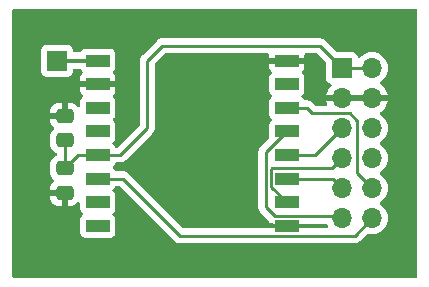
<source format=gbr>
%TF.GenerationSoftware,KiCad,Pcbnew,7.0.1*%
%TF.CreationDate,2023-03-26T17:23:28+02:00*%
%TF.ProjectId,RFM9xW_ANT_PMOD,52464d39-7857-45f4-914e-545f504d4f44,rev?*%
%TF.SameCoordinates,Original*%
%TF.FileFunction,Copper,L1,Top*%
%TF.FilePolarity,Positive*%
%FSLAX46Y46*%
G04 Gerber Fmt 4.6, Leading zero omitted, Abs format (unit mm)*
G04 Created by KiCad (PCBNEW 7.0.1) date 2023-03-26 17:23:28*
%MOMM*%
%LPD*%
G01*
G04 APERTURE LIST*
G04 Aperture macros list*
%AMRoundRect*
0 Rectangle with rounded corners*
0 $1 Rounding radius*
0 $2 $3 $4 $5 $6 $7 $8 $9 X,Y pos of 4 corners*
0 Add a 4 corners polygon primitive as box body*
4,1,4,$2,$3,$4,$5,$6,$7,$8,$9,$2,$3,0*
0 Add four circle primitives for the rounded corners*
1,1,$1+$1,$2,$3*
1,1,$1+$1,$4,$5*
1,1,$1+$1,$6,$7*
1,1,$1+$1,$8,$9*
0 Add four rect primitives between the rounded corners*
20,1,$1+$1,$2,$3,$4,$5,0*
20,1,$1+$1,$4,$5,$6,$7,0*
20,1,$1+$1,$6,$7,$8,$9,0*
20,1,$1+$1,$8,$9,$2,$3,0*%
G04 Aperture macros list end*
%TA.AperFunction,ComponentPad*%
%ADD10R,1.700000X1.700000*%
%TD*%
%TA.AperFunction,ComponentPad*%
%ADD11O,1.700000X1.700000*%
%TD*%
%TA.AperFunction,SMDPad,CuDef*%
%ADD12RoundRect,0.250000X0.475000X-0.337500X0.475000X0.337500X-0.475000X0.337500X-0.475000X-0.337500X0*%
%TD*%
%TA.AperFunction,SMDPad,CuDef*%
%ADD13R,2.000000X1.000000*%
%TD*%
%TA.AperFunction,SMDPad,CuDef*%
%ADD14RoundRect,0.250000X-0.475000X0.337500X-0.475000X-0.337500X0.475000X-0.337500X0.475000X0.337500X0*%
%TD*%
%TA.AperFunction,Conductor*%
%ADD15C,0.250000*%
%TD*%
%TA.AperFunction,Conductor*%
%ADD16C,0.380000*%
%TD*%
G04 APERTURE END LIST*
D10*
%TO.P,J1,1,Pin_1*%
%TO.N,VCC*%
X149860000Y-43180000D03*
D11*
%TO.P,J1,2,Pin_2*%
X152400000Y-43180000D03*
%TO.P,J1,3,Pin_3*%
%TO.N,GND*%
X149860000Y-45720000D03*
%TO.P,J1,4,Pin_4*%
X152400000Y-45720000D03*
%TO.P,J1,5,Pin_5*%
%TO.N,SCK*%
X149860000Y-48260000D03*
%TO.P,J1,6,Pin_6*%
%TO.N,unconnected-(J1-Pin_6-Pad6)*%
X152400000Y-48260000D03*
%TO.P,J1,7,Pin_7*%
%TO.N,MISO*%
X149860000Y-50800000D03*
%TO.P,J1,8,Pin_8*%
%TO.N,unconnected-(J1-Pin_8-Pad8)*%
X152400000Y-50800000D03*
%TO.P,J1,9,Pin_9*%
%TO.N,MOSI*%
X149860000Y-53340000D03*
%TO.P,J1,10,Pin_10*%
%TO.N,nRESET*%
X152400000Y-53340000D03*
%TO.P,J1,11,Pin_11*%
%TO.N,nCS*%
X149860000Y-55880000D03*
%TO.P,J1,12,Pin_12*%
%TO.N,DIO0*%
X152400000Y-55880000D03*
%TD*%
D12*
%TO.P,C1,1*%
%TO.N,VCC*%
X126365000Y-49297500D03*
%TO.P,C1,2*%
%TO.N,GND*%
X126365000Y-47222500D03*
%TD*%
D13*
%TO.P,U1,1,GND*%
%TO.N,GND*%
X145160000Y-56530000D03*
%TO.P,U1,2,MISO*%
%TO.N,MISO*%
X145160000Y-54530000D03*
%TO.P,U1,3,MOSI*%
%TO.N,MOSI*%
X145160000Y-52530000D03*
%TO.P,U1,4,SCK*%
%TO.N,SCK*%
X145160000Y-50530000D03*
%TO.P,U1,5,NSS*%
%TO.N,nCS*%
X145160000Y-48530000D03*
%TO.P,U1,6,RESET*%
%TO.N,nRESET*%
X145160000Y-46530000D03*
%TO.P,U1,7,DIO5*%
%TO.N,unconnected-(U1-DIO5-Pad7)*%
X145160000Y-44530000D03*
%TO.P,U1,8,GND*%
%TO.N,GND*%
X145160000Y-42530000D03*
%TO.P,U1,9,ANT*%
%TO.N,Net-(J2-Pin_1)*%
X129160000Y-42530000D03*
%TO.P,U1,10,GND*%
%TO.N,GND*%
X129160000Y-44530000D03*
%TO.P,U1,11,DIO3*%
%TO.N,unconnected-(U1-DIO3-Pad11)*%
X129160000Y-46530000D03*
%TO.P,U1,12,DIO4*%
%TO.N,unconnected-(U1-DIO4-Pad12)*%
X129160000Y-48530000D03*
%TO.P,U1,13,3.3V*%
%TO.N,VCC*%
X129160000Y-50530000D03*
%TO.P,U1,14,DIO0*%
%TO.N,DIO0*%
X129160000Y-52530000D03*
%TO.P,U1,15,DIO1*%
%TO.N,unconnected-(U1-DIO1-Pad15)*%
X129160000Y-54530000D03*
%TO.P,U1,16,DIO2*%
%TO.N,unconnected-(U1-DIO2-Pad16)*%
X129160000Y-56530000D03*
%TD*%
D10*
%TO.P,Je,1,Pin_1*%
%TO.N,Net-(J2-Pin_1)*%
X125730000Y-42545000D03*
%TD*%
D14*
%TO.P,C2,1*%
%TO.N,VCC*%
X126365000Y-51667500D03*
%TO.P,C2,2*%
%TO.N,GND*%
X126365000Y-53742500D03*
%TD*%
D15*
%TO.N,DIO0*%
X131270000Y-52530000D02*
X136095000Y-57355000D01*
X150925000Y-57355000D02*
X152400000Y-55880000D01*
X129160000Y-52530000D02*
X131270000Y-52530000D01*
X136095000Y-57355000D02*
X150925000Y-57355000D01*
%TO.N,nRESET*%
X150495000Y-46990000D02*
X147320000Y-46990000D01*
X151130000Y-52070000D02*
X151130000Y-47625000D01*
X147320000Y-46990000D02*
X146860000Y-46530000D01*
X152400000Y-53340000D02*
X151130000Y-52070000D01*
X151130000Y-47625000D02*
X150495000Y-46990000D01*
X146860000Y-46530000D02*
X145160000Y-46530000D01*
%TO.N,nCS*%
X144145000Y-55705000D02*
X149685000Y-55705000D01*
X149685000Y-55705000D02*
X149860000Y-55880000D01*
X143385000Y-54945000D02*
X144145000Y-55705000D01*
X145160000Y-48530000D02*
X143385000Y-50305000D01*
X143385000Y-50305000D02*
X143385000Y-54945000D01*
%TO.N,SCK*%
X147590000Y-50530000D02*
X149860000Y-48260000D01*
X145160000Y-50530000D02*
X147590000Y-50530000D01*
%TO.N,MOSI*%
X149050000Y-52530000D02*
X149860000Y-53340000D01*
X145160000Y-52530000D02*
X149050000Y-52530000D01*
%TO.N,MISO*%
X143835000Y-51745000D02*
X143930000Y-51650000D01*
X145160000Y-54530000D02*
X143835000Y-53205000D01*
X143930000Y-51650000D02*
X149010000Y-51650000D01*
X149010000Y-51650000D02*
X149860000Y-50800000D01*
X143835000Y-53205000D02*
X143835000Y-51745000D01*
%TO.N,VCC*%
X147955000Y-41275000D02*
X149860000Y-43180000D01*
X134620000Y-41275000D02*
X147955000Y-41275000D01*
X133350000Y-48260000D02*
X133350000Y-42545000D01*
X126365000Y-51667500D02*
X126365000Y-49297500D01*
X126365000Y-51667500D02*
X127502500Y-50530000D01*
X152400000Y-43180000D02*
X149860000Y-43180000D01*
X131080000Y-50530000D02*
X133350000Y-48260000D01*
X129160000Y-50530000D02*
X131080000Y-50530000D01*
X127502500Y-50530000D02*
X129160000Y-50530000D01*
X133350000Y-42545000D02*
X134620000Y-41275000D01*
%TO.N,Net-(J2-Pin_1)*%
X125745000Y-42530000D02*
X125730000Y-42545000D01*
D16*
X129160000Y-42530000D02*
X125745000Y-42530000D01*
%TD*%
%TA.AperFunction,Conductor*%
%TO.N,GND*%
G36*
X156121500Y-38142381D02*
G01*
X156167619Y-38188500D01*
X156184500Y-38251500D01*
X156184500Y-60808500D01*
X156167619Y-60871500D01*
X156121500Y-60917619D01*
X156058500Y-60934500D01*
X122071500Y-60934500D01*
X122008500Y-60917619D01*
X121962381Y-60871500D01*
X121945500Y-60808500D01*
X121945500Y-53996500D01*
X125132000Y-53996500D01*
X125132000Y-54130503D01*
X125142606Y-54234328D01*
X125198340Y-54402522D01*
X125291367Y-54553342D01*
X125416657Y-54678632D01*
X125567477Y-54771659D01*
X125735671Y-54827393D01*
X125839497Y-54838000D01*
X126111000Y-54838000D01*
X126111000Y-53996500D01*
X125132000Y-53996500D01*
X121945500Y-53996500D01*
X121945500Y-53488500D01*
X125132000Y-53488500D01*
X126493000Y-53488500D01*
X126556000Y-53505381D01*
X126602119Y-53551500D01*
X126619000Y-53614500D01*
X126619000Y-54838000D01*
X126890503Y-54838000D01*
X126994328Y-54827393D01*
X127162522Y-54771659D01*
X127313339Y-54678634D01*
X127444404Y-54547569D01*
X127494563Y-54516831D01*
X127553210Y-54512215D01*
X127607561Y-54534728D01*
X127645767Y-54579461D01*
X127659500Y-54636664D01*
X127659500Y-55077874D01*
X127665908Y-55137481D01*
X127716204Y-55272331D01*
X127802452Y-55387545D01*
X127858005Y-55429132D01*
X127895168Y-55473601D01*
X127908495Y-55530000D01*
X127895168Y-55586399D01*
X127858005Y-55630868D01*
X127802452Y-55672454D01*
X127716204Y-55787668D01*
X127665909Y-55922517D01*
X127659500Y-55982127D01*
X127659500Y-57077874D01*
X127665908Y-57137481D01*
X127716204Y-57272331D01*
X127802453Y-57387546D01*
X127888702Y-57452112D01*
X127917669Y-57473796D01*
X128052517Y-57524091D01*
X128112127Y-57530500D01*
X130207872Y-57530499D01*
X130207874Y-57530499D01*
X130237677Y-57527295D01*
X130267483Y-57524091D01*
X130402331Y-57473796D01*
X130517546Y-57387546D01*
X130603796Y-57272331D01*
X130654091Y-57137483D01*
X130660500Y-57077873D01*
X130660499Y-55982128D01*
X130654091Y-55922517D01*
X130603796Y-55787669D01*
X130582112Y-55758703D01*
X130517546Y-55672453D01*
X130461995Y-55630868D01*
X130424832Y-55586400D01*
X130411504Y-55530000D01*
X130424832Y-55473600D01*
X130461995Y-55429132D01*
X130517546Y-55387546D01*
X130559560Y-55331422D01*
X130603796Y-55272331D01*
X130654091Y-55137483D01*
X130660500Y-55077873D01*
X130660499Y-53982128D01*
X130654091Y-53922517D01*
X130603796Y-53787669D01*
X130517546Y-53672454D01*
X130517547Y-53672454D01*
X130517545Y-53672452D01*
X130461994Y-53630866D01*
X130424831Y-53586398D01*
X130411504Y-53529998D01*
X130424832Y-53473598D01*
X130461994Y-53429132D01*
X130517546Y-53387546D01*
X130603796Y-53272331D01*
X130616799Y-53237467D01*
X130643664Y-53194550D01*
X130685255Y-53165673D01*
X130734855Y-53155500D01*
X130958720Y-53155500D01*
X131006938Y-53165091D01*
X131047815Y-53192405D01*
X135594039Y-57738630D01*
X135606972Y-57754771D01*
X135609213Y-57756875D01*
X135609214Y-57756877D01*
X135625561Y-57772228D01*
X135658206Y-57802884D01*
X135661017Y-57805608D01*
X135680529Y-57825120D01*
X135683628Y-57827524D01*
X135692650Y-57835230D01*
X135724418Y-57865062D01*
X135741833Y-57874636D01*
X135758360Y-57885492D01*
X135774064Y-57897673D01*
X135814057Y-57914979D01*
X135824708Y-57920196D01*
X135862908Y-57941197D01*
X135882172Y-57946143D01*
X135900853Y-57952539D01*
X135919104Y-57960437D01*
X135962155Y-57967255D01*
X135973747Y-57969655D01*
X136015981Y-57980500D01*
X136035856Y-57980500D01*
X136055566Y-57982050D01*
X136075196Y-57985160D01*
X136118579Y-57981058D01*
X136130437Y-57980500D01*
X150842035Y-57980500D01*
X150862592Y-57982769D01*
X150865664Y-57982672D01*
X150865667Y-57982673D01*
X150932841Y-57980561D01*
X150936799Y-57980500D01*
X150964346Y-57980500D01*
X150964350Y-57980500D01*
X150968241Y-57980008D01*
X150980068Y-57979077D01*
X151023627Y-57977709D01*
X151042715Y-57972162D01*
X151062074Y-57968154D01*
X151081792Y-57965664D01*
X151122316Y-57949618D01*
X151133524Y-57945780D01*
X151175390Y-57933618D01*
X151192493Y-57923502D01*
X151210254Y-57914802D01*
X151228729Y-57907487D01*
X151228728Y-57907487D01*
X151228732Y-57907486D01*
X151264001Y-57881860D01*
X151273889Y-57875365D01*
X151311420Y-57853170D01*
X151325469Y-57839120D01*
X151340509Y-57826275D01*
X151345752Y-57822465D01*
X151356587Y-57814594D01*
X151384380Y-57780996D01*
X151392349Y-57772239D01*
X151943537Y-57221051D01*
X152000019Y-57188441D01*
X152065242Y-57188442D01*
X152164587Y-57215062D01*
X152164588Y-57215062D01*
X152164592Y-57215063D01*
X152400000Y-57235659D01*
X152635408Y-57215063D01*
X152863663Y-57153903D01*
X153077830Y-57054035D01*
X153271401Y-56918495D01*
X153438495Y-56751401D01*
X153574035Y-56557830D01*
X153673903Y-56343663D01*
X153735063Y-56115408D01*
X153755659Y-55880000D01*
X153735063Y-55644592D01*
X153673903Y-55416337D01*
X153574035Y-55202171D01*
X153438495Y-55008599D01*
X153438494Y-55008598D01*
X153438492Y-55008595D01*
X153271404Y-54841507D01*
X153088181Y-54713212D01*
X153048688Y-54668179D01*
X153034452Y-54609999D01*
X153048689Y-54551818D01*
X153088180Y-54506787D01*
X153271401Y-54378495D01*
X153438495Y-54211401D01*
X153574035Y-54017830D01*
X153673903Y-53803663D01*
X153735063Y-53575408D01*
X153755659Y-53340000D01*
X153735063Y-53104592D01*
X153673903Y-52876337D01*
X153574035Y-52662171D01*
X153438495Y-52468599D01*
X153438494Y-52468598D01*
X153438492Y-52468595D01*
X153271404Y-52301507D01*
X153088181Y-52173213D01*
X153048689Y-52128180D01*
X153034452Y-52070000D01*
X153048689Y-52011820D01*
X153088181Y-51966787D01*
X153091029Y-51964793D01*
X153271401Y-51838495D01*
X153438495Y-51671401D01*
X153574035Y-51477830D01*
X153673903Y-51263663D01*
X153735063Y-51035408D01*
X153755659Y-50800000D01*
X153735063Y-50564592D01*
X153673903Y-50336337D01*
X153574035Y-50122171D01*
X153438495Y-49928599D01*
X153438494Y-49928598D01*
X153438492Y-49928595D01*
X153271404Y-49761507D01*
X153088181Y-49633213D01*
X153048689Y-49588180D01*
X153034452Y-49530000D01*
X153048689Y-49471820D01*
X153088181Y-49426787D01*
X153144223Y-49387546D01*
X153271401Y-49298495D01*
X153438495Y-49131401D01*
X153574035Y-48937830D01*
X153673903Y-48723663D01*
X153735063Y-48495408D01*
X153755659Y-48260000D01*
X153735063Y-48024592D01*
X153673903Y-47796337D01*
X153574035Y-47582171D01*
X153438495Y-47388599D01*
X153438494Y-47388598D01*
X153438492Y-47388595D01*
X153271404Y-47221507D01*
X153092882Y-47096504D01*
X153051765Y-47048239D01*
X153039361Y-46986060D01*
X153058809Y-46925712D01*
X153105185Y-46882477D01*
X153145298Y-46860769D01*
X153322903Y-46722533D01*
X153475321Y-46556962D01*
X153598419Y-46368548D01*
X153688822Y-46162451D01*
X153736544Y-45974000D01*
X148523455Y-45974000D01*
X148571176Y-46162448D01*
X148582335Y-46187887D01*
X148592517Y-46248906D01*
X148572430Y-46307416D01*
X148526916Y-46349314D01*
X148466947Y-46364500D01*
X147631281Y-46364500D01*
X147583063Y-46354909D01*
X147542186Y-46327595D01*
X147360960Y-46146369D01*
X147348029Y-46130229D01*
X147296775Y-46082097D01*
X147293934Y-46079343D01*
X147274471Y-46059880D01*
X147271371Y-46057475D01*
X147262353Y-46049773D01*
X147230582Y-46019938D01*
X147227788Y-46018402D01*
X147213157Y-46010358D01*
X147196633Y-45999503D01*
X147180934Y-45987325D01*
X147140931Y-45970014D01*
X147130285Y-45964799D01*
X147092092Y-45943803D01*
X147092089Y-45943802D01*
X147072846Y-45938861D01*
X147054144Y-45932458D01*
X147035896Y-45924561D01*
X146992855Y-45917744D01*
X146981236Y-45915338D01*
X146939021Y-45904500D01*
X146939019Y-45904500D01*
X146919144Y-45904500D01*
X146899435Y-45902949D01*
X146879804Y-45899840D01*
X146879803Y-45899840D01*
X146836421Y-45903941D01*
X146824563Y-45904500D01*
X146734855Y-45904500D01*
X146685255Y-45894327D01*
X146643664Y-45865450D01*
X146616799Y-45822532D01*
X146603796Y-45787669D01*
X146517546Y-45672454D01*
X146517547Y-45672454D01*
X146517545Y-45672452D01*
X146461994Y-45630866D01*
X146424831Y-45586398D01*
X146411504Y-45529998D01*
X146424832Y-45473598D01*
X146461994Y-45429132D01*
X146517546Y-45387546D01*
X146603796Y-45272331D01*
X146654091Y-45137483D01*
X146660500Y-45077873D01*
X146660499Y-43982128D01*
X146654091Y-43922517D01*
X146603796Y-43787669D01*
X146577503Y-43752546D01*
X146517546Y-43672453D01*
X146468252Y-43635552D01*
X146431088Y-43591083D01*
X146417761Y-43534683D01*
X146431089Y-43478284D01*
X146468253Y-43433815D01*
X146522905Y-43392903D01*
X146610445Y-43275962D01*
X146661494Y-43139093D01*
X146668000Y-43078589D01*
X146668000Y-42784000D01*
X143652000Y-42784000D01*
X143652000Y-43078589D01*
X143658505Y-43139093D01*
X143709554Y-43275962D01*
X143797095Y-43392904D01*
X143851747Y-43433816D01*
X143888910Y-43478284D01*
X143902238Y-43534683D01*
X143888911Y-43591083D01*
X143851748Y-43635552D01*
X143802452Y-43672454D01*
X143716204Y-43787668D01*
X143665909Y-43922517D01*
X143659500Y-43982127D01*
X143659500Y-45077874D01*
X143665908Y-45137481D01*
X143716204Y-45272331D01*
X143802453Y-45387546D01*
X143858004Y-45429131D01*
X143895167Y-45473599D01*
X143908495Y-45529998D01*
X143895168Y-45586397D01*
X143858006Y-45630866D01*
X143802453Y-45672453D01*
X143716204Y-45787668D01*
X143665909Y-45922517D01*
X143659500Y-45982127D01*
X143659500Y-47077874D01*
X143665908Y-47137481D01*
X143716204Y-47272331D01*
X143802452Y-47387545D01*
X143858005Y-47429132D01*
X143895168Y-47473601D01*
X143908495Y-47530000D01*
X143895168Y-47586399D01*
X143858005Y-47630868D01*
X143802452Y-47672454D01*
X143716204Y-47787668D01*
X143665909Y-47922517D01*
X143659500Y-47982127D01*
X143659500Y-49077875D01*
X143659662Y-49079374D01*
X143659500Y-49080754D01*
X143659501Y-49084625D01*
X143659050Y-49084625D01*
X143653204Y-49134756D01*
X143623478Y-49181930D01*
X143001363Y-49804044D01*
X142985227Y-49816972D01*
X142937127Y-49868192D01*
X142934378Y-49871029D01*
X142914878Y-49890530D01*
X142912466Y-49893639D01*
X142904773Y-49902645D01*
X142874937Y-49934418D01*
X142865358Y-49951842D01*
X142854508Y-49968359D01*
X142842327Y-49984063D01*
X142825018Y-50024060D01*
X142819798Y-50034715D01*
X142798803Y-50072906D01*
X142793860Y-50092158D01*
X142787457Y-50110858D01*
X142779562Y-50129103D01*
X142772743Y-50172149D01*
X142770338Y-50183765D01*
X142759500Y-50225982D01*
X142759500Y-50245856D01*
X142757949Y-50265567D01*
X142754840Y-50285196D01*
X142758941Y-50328579D01*
X142759500Y-50340437D01*
X142759500Y-54862035D01*
X142757230Y-54882592D01*
X142759438Y-54952841D01*
X142759500Y-54956799D01*
X142759500Y-54984348D01*
X142759991Y-54988237D01*
X142760921Y-55000060D01*
X142762290Y-55043626D01*
X142767835Y-55062711D01*
X142771843Y-55082068D01*
X142774334Y-55101790D01*
X142790377Y-55142309D01*
X142794221Y-55153536D01*
X142806382Y-55195391D01*
X142816499Y-55212499D01*
X142825194Y-55230246D01*
X142832514Y-55248732D01*
X142858129Y-55283989D01*
X142864645Y-55293908D01*
X142886831Y-55331422D01*
X142900879Y-55345470D01*
X142913719Y-55360503D01*
X142925403Y-55376585D01*
X142958981Y-55404362D01*
X142967763Y-55412353D01*
X143615096Y-56059687D01*
X143642409Y-56100564D01*
X143652000Y-56148782D01*
X143652000Y-56276000D01*
X143852913Y-56276000D01*
X143897435Y-56287431D01*
X143897486Y-56287237D01*
X143912905Y-56291195D01*
X143912908Y-56291197D01*
X143932172Y-56296143D01*
X143950853Y-56302539D01*
X143969104Y-56310437D01*
X144012155Y-56317255D01*
X144023747Y-56319655D01*
X144065981Y-56330500D01*
X144085856Y-56330500D01*
X144105566Y-56332050D01*
X144125196Y-56335160D01*
X144168579Y-56331058D01*
X144180437Y-56330500D01*
X148499688Y-56330500D01*
X148567388Y-56350233D01*
X148613883Y-56403250D01*
X148682430Y-56550250D01*
X148693965Y-56611741D01*
X148674502Y-56671200D01*
X148628840Y-56713968D01*
X148568235Y-56729500D01*
X136406281Y-56729500D01*
X136358063Y-56719909D01*
X136317186Y-56692595D01*
X131770960Y-52146369D01*
X131758029Y-52130229D01*
X131706775Y-52082097D01*
X131703934Y-52079343D01*
X131684471Y-52059880D01*
X131681371Y-52057475D01*
X131672353Y-52049773D01*
X131640582Y-52019938D01*
X131637788Y-52018402D01*
X131623157Y-52010358D01*
X131606633Y-51999503D01*
X131590934Y-51987325D01*
X131550931Y-51970014D01*
X131540285Y-51964799D01*
X131502092Y-51943803D01*
X131502089Y-51943802D01*
X131482846Y-51938861D01*
X131464144Y-51932458D01*
X131445896Y-51924561D01*
X131402855Y-51917744D01*
X131391236Y-51915338D01*
X131349021Y-51904500D01*
X131349019Y-51904500D01*
X131329144Y-51904500D01*
X131309435Y-51902949D01*
X131289804Y-51899840D01*
X131289803Y-51899840D01*
X131246421Y-51903941D01*
X131234563Y-51904500D01*
X130734855Y-51904500D01*
X130685255Y-51894327D01*
X130643664Y-51865450D01*
X130616799Y-51822532D01*
X130603796Y-51787669D01*
X130517546Y-51672454D01*
X130517547Y-51672454D01*
X130517545Y-51672452D01*
X130461994Y-51630866D01*
X130424831Y-51586398D01*
X130411504Y-51529998D01*
X130424832Y-51473598D01*
X130461994Y-51429132D01*
X130517546Y-51387546D01*
X130603796Y-51272331D01*
X130616799Y-51237467D01*
X130643664Y-51194550D01*
X130685255Y-51165673D01*
X130734855Y-51155500D01*
X130997035Y-51155500D01*
X131017592Y-51157769D01*
X131020664Y-51157672D01*
X131020667Y-51157673D01*
X131087841Y-51155561D01*
X131091799Y-51155500D01*
X131119346Y-51155500D01*
X131119350Y-51155500D01*
X131123241Y-51155008D01*
X131135068Y-51154077D01*
X131178627Y-51152709D01*
X131197715Y-51147162D01*
X131217074Y-51143154D01*
X131236792Y-51140664D01*
X131277316Y-51124618D01*
X131288524Y-51120780D01*
X131330390Y-51108618D01*
X131347493Y-51098502D01*
X131365254Y-51089802D01*
X131383729Y-51082487D01*
X131383728Y-51082487D01*
X131383732Y-51082486D01*
X131419001Y-51056860D01*
X131428889Y-51050365D01*
X131466420Y-51028170D01*
X131480469Y-51014120D01*
X131495509Y-51001275D01*
X131500752Y-50997465D01*
X131511587Y-50989594D01*
X131539380Y-50955996D01*
X131547349Y-50947239D01*
X133733630Y-48760958D01*
X133749769Y-48748029D01*
X133751872Y-48745788D01*
X133751877Y-48745786D01*
X133797918Y-48696756D01*
X133800609Y-48693979D01*
X133820120Y-48674470D01*
X133822515Y-48671382D01*
X133830222Y-48662356D01*
X133860062Y-48630582D01*
X133869640Y-48613157D01*
X133880486Y-48596645D01*
X133892673Y-48580936D01*
X133909979Y-48540939D01*
X133915203Y-48530279D01*
X133921114Y-48519526D01*
X133936197Y-48492092D01*
X133941141Y-48472831D01*
X133947542Y-48454140D01*
X133955438Y-48435895D01*
X133962254Y-48392852D01*
X133964658Y-48381238D01*
X133975500Y-48339019D01*
X133975500Y-48319144D01*
X133977051Y-48299433D01*
X133980160Y-48279804D01*
X133976058Y-48236420D01*
X133975500Y-48224563D01*
X133975500Y-42856281D01*
X133985091Y-42808063D01*
X134012405Y-42767185D01*
X134842187Y-41937404D01*
X134883064Y-41910091D01*
X134931282Y-41900500D01*
X143526000Y-41900500D01*
X143589000Y-41917381D01*
X143635119Y-41963500D01*
X143652000Y-42026500D01*
X143652000Y-42276000D01*
X146668000Y-42276000D01*
X146668000Y-42026500D01*
X146684881Y-41963500D01*
X146731000Y-41917381D01*
X146794000Y-41900500D01*
X147643720Y-41900500D01*
X147691938Y-41910091D01*
X147732815Y-41937405D01*
X148472595Y-42677185D01*
X148499909Y-42718062D01*
X148509500Y-42766280D01*
X148509500Y-44077874D01*
X148515908Y-44137481D01*
X148566204Y-44272331D01*
X148652453Y-44387546D01*
X148738702Y-44452112D01*
X148767669Y-44473796D01*
X148885164Y-44517618D01*
X148935497Y-44552181D01*
X148963671Y-44606351D01*
X148963070Y-44667407D01*
X148933833Y-44721011D01*
X148784676Y-44883040D01*
X148661580Y-45071451D01*
X148571177Y-45277548D01*
X148523455Y-45465999D01*
X148523456Y-45466000D01*
X153736544Y-45466000D01*
X153736544Y-45465999D01*
X153688822Y-45277548D01*
X153598419Y-45071451D01*
X153475321Y-44883037D01*
X153322903Y-44717466D01*
X153145302Y-44579233D01*
X153105183Y-44557522D01*
X153058808Y-44514285D01*
X153039361Y-44453938D01*
X153051766Y-44391759D01*
X153092881Y-44343496D01*
X153271401Y-44218495D01*
X153438495Y-44051401D01*
X153574035Y-43857830D01*
X153673903Y-43643663D01*
X153735063Y-43415408D01*
X153755659Y-43180000D01*
X153735063Y-42944592D01*
X153673903Y-42716337D01*
X153574035Y-42502171D01*
X153438495Y-42308599D01*
X153438494Y-42308598D01*
X153438492Y-42308595D01*
X153271404Y-42141507D01*
X153077830Y-42005965D01*
X152863663Y-41906096D01*
X152635409Y-41844937D01*
X152420939Y-41826173D01*
X152400000Y-41824341D01*
X152399999Y-41824341D01*
X152164590Y-41844937D01*
X151936337Y-41906096D01*
X151722170Y-42005965D01*
X151528598Y-42141505D01*
X151408873Y-42261230D01*
X151355276Y-42293030D01*
X151292994Y-42295254D01*
X151237265Y-42267358D01*
X151201722Y-42216166D01*
X151198810Y-42208359D01*
X151153796Y-42087669D01*
X151108005Y-42026500D01*
X151067546Y-41972453D01*
X150952331Y-41886204D01*
X150841688Y-41844937D01*
X150817483Y-41835909D01*
X150757873Y-41829500D01*
X150757872Y-41829500D01*
X149446281Y-41829500D01*
X149398063Y-41819909D01*
X149357186Y-41792595D01*
X148455960Y-40891369D01*
X148443029Y-40875229D01*
X148391775Y-40827097D01*
X148388934Y-40824343D01*
X148369471Y-40804880D01*
X148366371Y-40802475D01*
X148357353Y-40794773D01*
X148353217Y-40790889D01*
X148325582Y-40764938D01*
X148322788Y-40763402D01*
X148308157Y-40755358D01*
X148291633Y-40744503D01*
X148275934Y-40732325D01*
X148235931Y-40715014D01*
X148225285Y-40709799D01*
X148187092Y-40688803D01*
X148187089Y-40688802D01*
X148167846Y-40683861D01*
X148149144Y-40677458D01*
X148130896Y-40669561D01*
X148087855Y-40662744D01*
X148076236Y-40660338D01*
X148034021Y-40649500D01*
X148034019Y-40649500D01*
X148014144Y-40649500D01*
X147994435Y-40647949D01*
X147974804Y-40644840D01*
X147974803Y-40644840D01*
X147931421Y-40648941D01*
X147919563Y-40649500D01*
X134702961Y-40649500D01*
X134682408Y-40647231D01*
X134612176Y-40649438D01*
X134608219Y-40649500D01*
X134580650Y-40649500D01*
X134577518Y-40649895D01*
X134576752Y-40649992D01*
X134564937Y-40650921D01*
X134521370Y-40652290D01*
X134502287Y-40657835D01*
X134482927Y-40661844D01*
X134463209Y-40664334D01*
X134422676Y-40680382D01*
X134411450Y-40684225D01*
X134369611Y-40696380D01*
X134352498Y-40706501D01*
X134334751Y-40715195D01*
X134316270Y-40722513D01*
X134316269Y-40722513D01*
X134316268Y-40722514D01*
X134286002Y-40744503D01*
X134281010Y-40748130D01*
X134271100Y-40754639D01*
X134233579Y-40776830D01*
X134233576Y-40776832D01*
X134219518Y-40790889D01*
X134204495Y-40803720D01*
X134188413Y-40815405D01*
X134160628Y-40848990D01*
X134152641Y-40857766D01*
X132966365Y-42044042D01*
X132950228Y-42056971D01*
X132902127Y-42108192D01*
X132899378Y-42111029D01*
X132879878Y-42130530D01*
X132877466Y-42133639D01*
X132869773Y-42142645D01*
X132839937Y-42174418D01*
X132830358Y-42191842D01*
X132819508Y-42208359D01*
X132807327Y-42224063D01*
X132790018Y-42264060D01*
X132784798Y-42274715D01*
X132763804Y-42312905D01*
X132758860Y-42332158D01*
X132752457Y-42350858D01*
X132744562Y-42369103D01*
X132737743Y-42412149D01*
X132735338Y-42423765D01*
X132724500Y-42465982D01*
X132724500Y-42485856D01*
X132722949Y-42505567D01*
X132719840Y-42525196D01*
X132723941Y-42568579D01*
X132724500Y-42580437D01*
X132724500Y-47948720D01*
X132714909Y-47996938D01*
X132687595Y-48037815D01*
X130857814Y-49867595D01*
X130816937Y-49894909D01*
X130768719Y-49904500D01*
X130734855Y-49904500D01*
X130685255Y-49894327D01*
X130643664Y-49865450D01*
X130616799Y-49822532D01*
X130609903Y-49804044D01*
X130603796Y-49787669D01*
X130526945Y-49685009D01*
X130517546Y-49672453D01*
X130461995Y-49630868D01*
X130424832Y-49586400D01*
X130411504Y-49530000D01*
X130424832Y-49473600D01*
X130461995Y-49429132D01*
X130517546Y-49387546D01*
X130517545Y-49387546D01*
X130603796Y-49272331D01*
X130654091Y-49137483D01*
X130660500Y-49077873D01*
X130660499Y-47982128D01*
X130654091Y-47922517D01*
X130603796Y-47787669D01*
X130582112Y-47758703D01*
X130517546Y-47672453D01*
X130461995Y-47630868D01*
X130424832Y-47586400D01*
X130411504Y-47530000D01*
X130424832Y-47473600D01*
X130461995Y-47429132D01*
X130517546Y-47387546D01*
X130527965Y-47373628D01*
X130603796Y-47272331D01*
X130654091Y-47137483D01*
X130660500Y-47077873D01*
X130660499Y-45982128D01*
X130659625Y-45974000D01*
X130654091Y-45922518D01*
X130654091Y-45922517D01*
X130603796Y-45787669D01*
X130582112Y-45758703D01*
X130517546Y-45672453D01*
X130468252Y-45635552D01*
X130431088Y-45591083D01*
X130417761Y-45534683D01*
X130431089Y-45478284D01*
X130468253Y-45433815D01*
X130522905Y-45392903D01*
X130610445Y-45275962D01*
X130661494Y-45139093D01*
X130668000Y-45078589D01*
X130668000Y-44784000D01*
X127652000Y-44784000D01*
X127652000Y-45078589D01*
X127658505Y-45139093D01*
X127709554Y-45275962D01*
X127797095Y-45392904D01*
X127851747Y-45433816D01*
X127888910Y-45478284D01*
X127902238Y-45534683D01*
X127888911Y-45591083D01*
X127851748Y-45635552D01*
X127802452Y-45672454D01*
X127716204Y-45787668D01*
X127665909Y-45922517D01*
X127659500Y-45982128D01*
X127659500Y-46328335D01*
X127645767Y-46385538D01*
X127607561Y-46430271D01*
X127553211Y-46452784D01*
X127494564Y-46448168D01*
X127444405Y-46417430D01*
X127313342Y-46286367D01*
X127162522Y-46193340D01*
X126994328Y-46137606D01*
X126890503Y-46127000D01*
X126619000Y-46127000D01*
X126619000Y-47350500D01*
X126602119Y-47413500D01*
X126556000Y-47459619D01*
X126493000Y-47476500D01*
X125132000Y-47476500D01*
X125132000Y-47610503D01*
X125142606Y-47714328D01*
X125198340Y-47882522D01*
X125291367Y-48033342D01*
X125427074Y-48169049D01*
X125426348Y-48169774D01*
X125458155Y-48203000D01*
X125474131Y-48264404D01*
X125458157Y-48325809D01*
X125430052Y-48355168D01*
X125431758Y-48356874D01*
X125297290Y-48491341D01*
X125205184Y-48640668D01*
X125150001Y-48807198D01*
X125139500Y-48909995D01*
X125139500Y-49685004D01*
X125150001Y-49787800D01*
X125205184Y-49954331D01*
X125205186Y-49954334D01*
X125297288Y-50103656D01*
X125421344Y-50227712D01*
X125570666Y-50319814D01*
X125570668Y-50319815D01*
X125653133Y-50347141D01*
X125698173Y-50373437D01*
X125728706Y-50415720D01*
X125739500Y-50466745D01*
X125739500Y-50498255D01*
X125728706Y-50549280D01*
X125698173Y-50591563D01*
X125653133Y-50617859D01*
X125570668Y-50645184D01*
X125421341Y-50737290D01*
X125297290Y-50861341D01*
X125205184Y-51010668D01*
X125150001Y-51177198D01*
X125139500Y-51279995D01*
X125139500Y-52055004D01*
X125150001Y-52157800D01*
X125205184Y-52324331D01*
X125205186Y-52324334D01*
X125297288Y-52473656D01*
X125297290Y-52473657D01*
X125297290Y-52473658D01*
X125431758Y-52608126D01*
X125430052Y-52609831D01*
X125458149Y-52639177D01*
X125474131Y-52700582D01*
X125458160Y-52761990D01*
X125426348Y-52795225D01*
X125427074Y-52795951D01*
X125291367Y-52931657D01*
X125198340Y-53082477D01*
X125142606Y-53250671D01*
X125132000Y-53354497D01*
X125132000Y-53488500D01*
X121945500Y-53488500D01*
X121945500Y-46968500D01*
X125132000Y-46968500D01*
X126111000Y-46968500D01*
X126111000Y-46127000D01*
X125839497Y-46127000D01*
X125735671Y-46137606D01*
X125567477Y-46193340D01*
X125416657Y-46286367D01*
X125291367Y-46411657D01*
X125198340Y-46562477D01*
X125142606Y-46730671D01*
X125132000Y-46834497D01*
X125132000Y-46968500D01*
X121945500Y-46968500D01*
X121945500Y-43442874D01*
X124379500Y-43442874D01*
X124385908Y-43502481D01*
X124436204Y-43637331D01*
X124522453Y-43752546D01*
X124569372Y-43787669D01*
X124637669Y-43838796D01*
X124772517Y-43889091D01*
X124832127Y-43895500D01*
X126627872Y-43895499D01*
X126627874Y-43895499D01*
X126657677Y-43892295D01*
X126687483Y-43889091D01*
X126822331Y-43838796D01*
X126937546Y-43752546D01*
X127023796Y-43637331D01*
X127074091Y-43502483D01*
X127080500Y-43442873D01*
X127080500Y-43346500D01*
X127097381Y-43283500D01*
X127143500Y-43237381D01*
X127206500Y-43220500D01*
X127614332Y-43220500D01*
X127670731Y-43233827D01*
X127715200Y-43270990D01*
X127802454Y-43387547D01*
X127851747Y-43424447D01*
X127888910Y-43468915D01*
X127902238Y-43525314D01*
X127888911Y-43581714D01*
X127851748Y-43626183D01*
X127797094Y-43667096D01*
X127709554Y-43784037D01*
X127658505Y-43920906D01*
X127652000Y-43981411D01*
X127652000Y-44276000D01*
X130668000Y-44276000D01*
X130668000Y-43981411D01*
X130661494Y-43920906D01*
X130610445Y-43784037D01*
X130522904Y-43667095D01*
X130468252Y-43626183D01*
X130431088Y-43581714D01*
X130417761Y-43525314D01*
X130431089Y-43468914D01*
X130468251Y-43424448D01*
X130517546Y-43387546D01*
X130603796Y-43272331D01*
X130654091Y-43137483D01*
X130660500Y-43077873D01*
X130660499Y-41982128D01*
X130654091Y-41922517D01*
X130603796Y-41787669D01*
X130548273Y-41713500D01*
X130517546Y-41672453D01*
X130402331Y-41586204D01*
X130402330Y-41586203D01*
X130267483Y-41535909D01*
X130207872Y-41529500D01*
X128112125Y-41529500D01*
X128052518Y-41535908D01*
X127917668Y-41586204D01*
X127802455Y-41672452D01*
X127715200Y-41789010D01*
X127670731Y-41826173D01*
X127614332Y-41839500D01*
X127206499Y-41839500D01*
X127143499Y-41822619D01*
X127097380Y-41776500D01*
X127080499Y-41713500D01*
X127080499Y-41647125D01*
X127074091Y-41587518D01*
X127052452Y-41529500D01*
X127023796Y-41452669D01*
X127002112Y-41423703D01*
X126937546Y-41337453D01*
X126822331Y-41251204D01*
X126687483Y-41200909D01*
X126627872Y-41194500D01*
X124832125Y-41194500D01*
X124772518Y-41200908D01*
X124637668Y-41251204D01*
X124522453Y-41337453D01*
X124436204Y-41452668D01*
X124385909Y-41587517D01*
X124379500Y-41647127D01*
X124379500Y-43442874D01*
X121945500Y-43442874D01*
X121945500Y-38251500D01*
X121962381Y-38188500D01*
X122008500Y-38142381D01*
X122071500Y-38125500D01*
X156058500Y-38125500D01*
X156121500Y-38142381D01*
G37*
%TD.AperFunction*%
%TD*%
M02*

</source>
